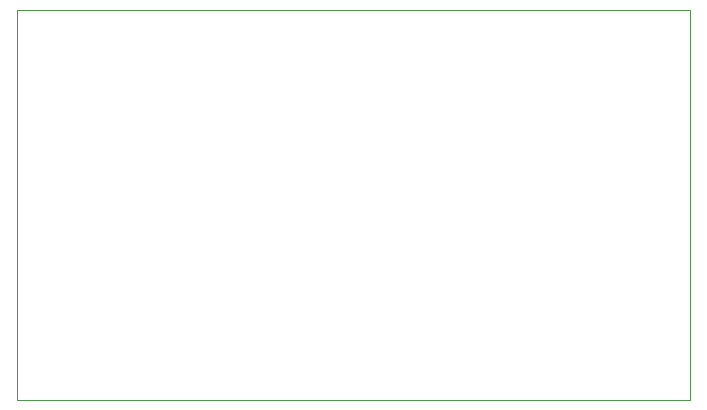
<source format=gbr>
%TF.GenerationSoftware,KiCad,Pcbnew,9.0.1*%
%TF.CreationDate,2025-05-08T11:58:12-04:00*%
%TF.ProjectId,Meterbus-interface,4d657465-7262-4757-932d-696e74657266,rev?*%
%TF.SameCoordinates,Original*%
%TF.FileFunction,Profile,NP*%
%FSLAX46Y46*%
G04 Gerber Fmt 4.6, Leading zero omitted, Abs format (unit mm)*
G04 Created by KiCad (PCBNEW 9.0.1) date 2025-05-08 11:58:12*
%MOMM*%
%LPD*%
G01*
G04 APERTURE LIST*
%TA.AperFunction,Profile*%
%ADD10C,0.038100*%
%TD*%
G04 APERTURE END LIST*
D10*
X178000000Y-41000000D02*
X235000000Y-41000000D01*
X235000000Y-74000000D01*
X178000000Y-74000000D01*
X178000000Y-41000000D01*
M02*

</source>
